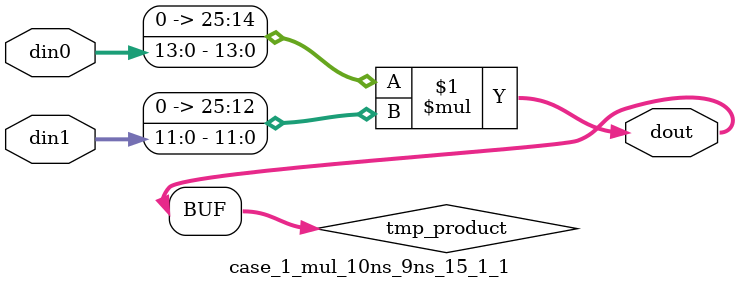
<source format=v>

`timescale 1 ns / 1 ps

 (* use_dsp = "no" *)  module case_1_mul_10ns_9ns_15_1_1(din0, din1, dout);
parameter ID = 1;
parameter NUM_STAGE = 0;
parameter din0_WIDTH = 14;
parameter din1_WIDTH = 12;
parameter dout_WIDTH = 26;

input [din0_WIDTH - 1 : 0] din0; 
input [din1_WIDTH - 1 : 0] din1; 
output [dout_WIDTH - 1 : 0] dout;

wire signed [dout_WIDTH - 1 : 0] tmp_product;
























assign tmp_product = $signed({1'b0, din0}) * $signed({1'b0, din1});











assign dout = tmp_product;





















endmodule

</source>
